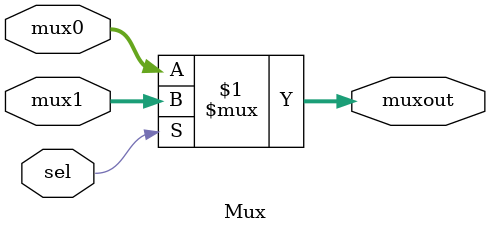
<source format=v>
`timescale 1ns / 1ps


module Mux(
    input [31: 0] mux0,
    input [31: 0] mux1,
    input sel,
    output [31: 0] muxout
    );
    assign muxout = sel ? mux1: mux0;
endmodule

</source>
